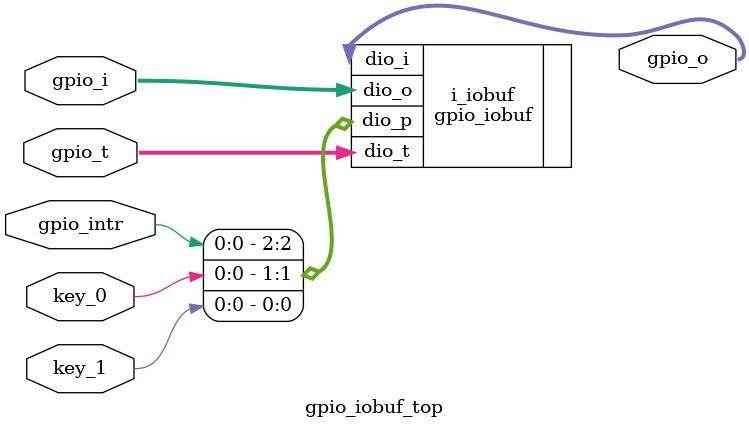
<source format=v>
module gpio_iobuf_top
#(parameter  DATA_WIDTH = 3)
(
     input    [(DATA_WIDTH-1):0]  gpio_t   ,
     input    [(DATA_WIDTH-1):0]  gpio_i  ,
     output   [(DATA_WIDTH-1):0]  gpio_o   ,
     inout                        gpio_intr,
     inout                        key_0    ,
     inout                        key_1

);



gpio_iobuf 
     #(.DATA_WIDTH(DATA_WIDTH)) 
     i_iobuf 
     (
    .dio_t ({gpio_t[DATA_WIDTH-1:0]}),
    .dio_i ({gpio_o[DATA_WIDTH-1:0]}),
    .dio_o ({gpio_i[DATA_WIDTH-1:0]}),
    .dio_p ({ gpio_intr,   
              key_0    ,
              key_1    
            })    
         );

endmodule   

</source>
